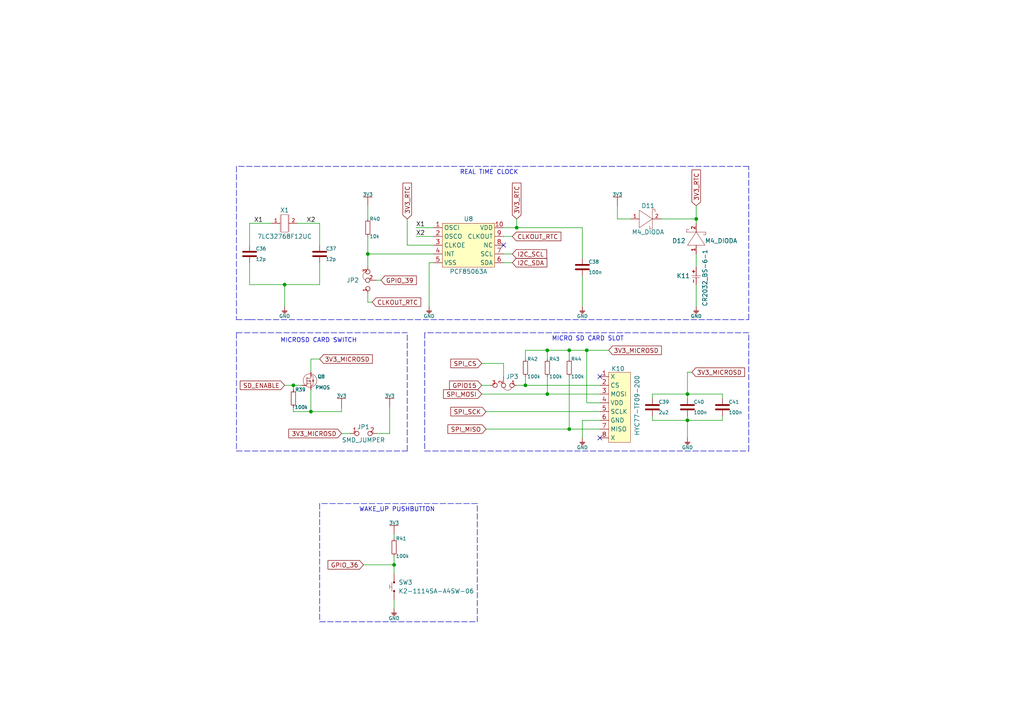
<source format=kicad_sch>
(kicad_sch (version 20211123) (generator eeschema)
  (paper "A4")
  (title_block (title "Soldered Inkplate 4 TEMPERA with glass panel") (date "2023-11-13") (rev "V1.2.0.") (company "SOLDERED") (comment 1 "333308"))
  (lib_symbols
    (symbol "SMD_JUMPER_3_PAD_CONNECTED_RIGHT_TRACE_1"
      (property "Reference" "JP" (at 1.27 2.54 0))
      (symbol "SMD_JUMPER_3_PAD_CONNECTED_RIGHT_TRACE_1_0_1"
        (arc (start 2.413 0.635) (mid 1.2065 1.4196) (end 0 0.635) (stroke (width 0.1)))
      )
      (symbol "SMD_JUMPER_3_PAD_CONNECTED_RIGHT_TRACE_1_1_1"
        (pin passive inverted (at -3.81 0 0) (length 2) (name "") (number "1"))
        (pin passive inverted (at 0 -2.54 90) (length 3.2) (name "") (number "2"))
        (pin passive inverted (at 3.81 0 180) (length 2) (name "") (number "3"))
      )
    )
    (symbol "e-radionica.com schematics:0603C" (pin_numbers hide) (pin_names (offset 0.002))
      (property "Reference" "C" (at 0 3.81 0))
      (property "Value" "0603C" (at 0 -3.175 0))
      (symbol "0603C_0_1"
        (polyline (pts (xy -0.635 1.905) (xy -0.635 -1.905)) (stroke (width 0.5)))
        (polyline (pts (xy 0.635 1.905) (xy 0.635 -1.905)) (stroke (width 0.5)))
      )
      (symbol "0603C_1_1"
        (pin passive line (at -2.54 0 0) (length 1.9) (name "~") (number "1"))
        (pin passive line (at 2.54 0 180) (length 1.9) (name "~") (number "2"))
      )
    )
    (symbol "e-radionica.com schematics:0603R" (pin_numbers hide) (pin_names (offset 0.254))
      (property "Reference" "R" (at 0 1.27 0))
      (property "Value" "0603R" (at 0 -1.905 0))
      (symbol "0603R_0_1"
        (rectangle (start -1.905 0.635) (end 1.905 -0.635) (stroke (width 0.15)))
      )
      (symbol "0603R_1_1"
        (pin passive line (at -2.54 0 0) (length 0.63) (name "~") (number "1"))
        (pin passive line (at 2.54 0 180) (length 0.63) (name "~") (number "2"))
      )
    )
    (symbol "e-radionica.com schematics:3V3" (power) (pin_names (offset 0))
      (property "Value" "3V3" (at 0 3.556 0))
      (symbol "3V3_0_1"
        (polyline (pts (xy -1.27 2.54) (xy 1.27 2.54)) (stroke (width 0.16)))
        (polyline (pts (xy 0 0) (xy 0 2.54)))
      )
      (symbol "3V3_1_1"
        (pin power_in line (at 0 0 90) (length 0) hide (name "3V3") (number "1"))
      )
    )
    (symbol "e-radionica.com schematics:ABS07AIG-32.768KHZ-7-D-T"
      (property "Reference" "X" (at 0 3.81 0))
      (property "Value" "ABS07AIG-32.768KHZ-7-D-T" (at 0 -3.81 0))
      (symbol "ABS07AIG-32.768KHZ-7-D-T_0_1"
        (polyline (pts (xy -1.27 2.54) (xy -1.27 -2.54)) (stroke (width 0.0006)))
        (polyline (pts (xy 1.27 2.54) (xy 1.27 -2.54) (xy 1.27 -1.27)) (stroke (width 0.0006)))
        (polyline (pts (xy -1.016 2.54) (xy -1.016 -2.54) (xy 1.016 -2.54) (xy 1.016 2.54) (xy -1.016 2.54) (xy 0.762 2.54)) (stroke (width 0.0006)))
      )
      (symbol "ABS07AIG-32.768KHZ-7-D-T_1_1"
        (pin passive line (at -3.81 0 0) (length 2.54) (name "~") (number "1"))
        (pin passive line (at 3.81 0 180) (length 2.54) (name "~") (number "2"))
      )
    )
    (symbol "e-radionica.com schematics:CR2032_BS-6-1"
      (property "Reference" "K" (at 0 2.54 0))
      (property "Value" "CR2032_BS-6-1" (at 0 -2.54 0))
      (symbol "CR2032_BS-6-1_0_1"
        (polyline (pts (xy 0 -1.27) (xy 0 1.27) (xy 0 -0.762)) (stroke (width 0.1)))
        (polyline (pts (xy 0.508 1.016) (xy 0.508 -1.016) (xy 0.508 -0.762)) (stroke (width 0.1)))
      )
      (symbol "CR2032_BS-6-1_1_1"
        (pin input line (at -2.54 0 0) (length 2.54) (name "") (number "+"))
        (pin output line (at 2.54 0 180) (length 2.04) (name "") (number "-"))
      )
    )
    (symbol "e-radionica.com schematics:GND" (power) (pin_names (offset 0))
      (property "Value" "GND" (at 0 -2.921 0))
      (symbol "GND_0_1"
        (polyline (pts (xy -0.762 -1.27) (xy 0.762 -1.27)) (stroke (width 0.16)))
        (polyline (pts (xy -0.635 -1.524) (xy 0.635 -1.524)) (stroke (width 0.16)))
        (polyline (pts (xy -0.381 -1.778) (xy 0.381 -1.778)) (stroke (width 0.16)))
        (polyline (pts (xy -0.127 -2.032) (xy 0.127 -2.032)) (stroke (width 0.16)))
        (polyline (pts (xy 0 0) (xy 0 -1.27)) (stroke (width 0.16)))
      )
      (symbol "GND_1_1"
        (pin power_in line (at 0 0 270) (length 0) hide (name "GND") (number "1"))
      )
    )
    (symbol "e-radionica.com schematics:HYC77-TF09-200"
      (property "Reference" "K" (at 0 11.43 0))
      (property "Value" "HYC77-TF09-200" (at 0 -11.43 0))
      (symbol "HYC77-TF09-200_0_1"
        (rectangle (start -2.54 10.16) (end 3.81 -10.16) (stroke (width 0.1)) (fill (type background)))
      )
      (symbol "HYC77-TF09-200_1_1"
        (pin bidirectional line (at -5.08 8.89 0) (length 2.54) (name "X") (number "1"))
        (pin bidirectional line (at -5.08 6.35 0) (length 2.54) (name "CS") (number "2"))
        (pin bidirectional line (at -5.08 3.81 0) (length 2.54) (name "MOSI") (number "3"))
        (pin bidirectional line (at -5.08 1.27 0) (length 2.54) (name "VDD") (number "4"))
        (pin bidirectional line (at -5.08 -1.27 0) (length 2.54) (name "SCLK") (number "5"))
        (pin bidirectional line (at -5.08 -3.81 0) (length 2.54) (name "GND") (number "6"))
        (pin bidirectional line (at -5.08 -6.35 0) (length 2.54) (name "MISO") (number "7"))
        (pin bidirectional line (at -5.08 -8.89 0) (length 2.54) (name "X") (number "8"))
      )
    )
    (symbol "e-radionica.com schematics:K2-1114SA-A4SW-06" (pin_numbers hide) (pin_names hide)
      (property "Reference" "SW" (at 0 2.54 0))
      (property "Value" "K2-1114SA-A4SW-06" (at 0 -2.54 0))
      (symbol "K2-1114SA-A4SW-06_0_1"
        (circle (center -1.27 0) (radius 0.254) (stroke (width 0.001)) (fill (type outline)))
        (polyline (pts (xy -1.27 0.635) (xy 1.27 0.635)) (stroke (width 0.1)))
        (polyline (pts (xy 0 0.635) (xy 0 1.27)) (stroke (width 0.0006)))
        (polyline (pts (xy 0.635 1.27) (xy -0.635 1.27)) (stroke (width 0.1)))
        (circle (center 1.27 0) (radius 0.254) (stroke (width 0.001)) (fill (type outline)))
      )
      (symbol "K2-1114SA-A4SW-06_1_1"
        (pin passive line (at -3.81 0 0) (length 2.54) (name "~") (number "1"))
        (pin passive line (at 3.81 0 180) (length 2.54) (name "~") (number "2"))
      )
    )
    (symbol "e-radionica.com schematics:M4_DIODA" (pin_names hide)
      (property "Reference" "D" (at 0 3.81 0))
      (property "Value" "M4_DIODA" (at 0 -4.572 0))
      (symbol "M4_DIODA_0_1"
        (polyline (pts (xy -2.54 2.54) (xy -2.54 -2.54) (xy 1.27 0) (xy -2.54 2.54)) (stroke (width 0.1)))
        (polyline (pts (xy 1.27 2.794) (xy 1.27 -2.794) (xy 0.508 -2.794) (xy 0.508 -2.032)) (stroke (width 0.1)))
        (polyline (pts (xy 1.27 2.794) (xy 2.032 2.794) (xy 2.032 2.032) (xy 2.032 2.54)) (stroke (width 0.1)))
      )
      (symbol "M4_DIODA_1_1"
        (pin passive line (at -5.08 0 0) (length 2.54) (name "A") (number "1"))
        (pin passive line (at 3.81 0 180) (length 2.54) (name "K") (number "2"))
      )
    )
    (symbol "e-radionica.com schematics:PCF85063A"
      (property "Reference" "U" (at 0 7.62 0))
      (property "Value" "PCF85063A" (at 0 -7.62 0))
      (symbol "PCF85063A_0_1"
        (rectangle (start -7.62 6.35) (end 7.62 -6.35) (stroke (width 0.1)) (fill (type background)))
      )
      (symbol "PCF85063A_1_1"
        (pin passive line (at -10.16 5.08 0) (length 2.54) (name "OSCI") (number "1"))
        (pin passive line (at 10.16 5.08 180) (length 2.54) (name "VDD") (number "10"))
        (pin passive line (at -10.16 2.54 0) (length 2.54) (name "OSCO") (number "2"))
        (pin passive line (at -10.16 0 0) (length 2.54) (name "CLKOE") (number "3"))
        (pin passive line (at -10.16 -2.54 0) (length 2.54) (name "INT") (number "4"))
        (pin passive line (at -10.16 -5.08 0) (length 2.54) (name "VSS") (number "5"))
        (pin passive line (at 10.16 -5.08 180) (length 2.54) (name "SDA") (number "6"))
        (pin passive line (at 10.16 -2.54 180) (length 2.54) (name "SCL") (number "7"))
        (pin passive line (at 10.16 0 180) (length 2.54) (name "NC") (number "8"))
        (pin passive line (at 10.16 2.54 180) (length 2.54) (name "CLKOUT") (number "9"))
      )
    )
    (symbol "e-radionica.com schematics:PMOS-SOT-23-3" (pin_numbers hide) (pin_names hide)
      (property "Reference" "Q" (at -1.27 2.54 0))
      (property "Value" "PMOS-SOT-23-3" (at 0.381 -4.064 0))
      (symbol "PMOS-SOT-23-3_0_1"
        (polyline (pts (xy 0 -1.27) (xy 0 1.016)) (stroke (width 0.1)))
        (polyline (pts (xy 0.254 -1.016) (xy 0.254 -0.508)) (stroke (width 0.1)))
        (polyline (pts (xy 0.254 -0.762) (xy 1.27 -0.762)) (stroke (width 0.1)))
        (polyline (pts (xy 0.254 -0.254) (xy 0.254 0.254)) (stroke (width 0.1)))
        (polyline (pts (xy 0.254 0.762) (xy 1.27 0.762)) (stroke (width 0.1)))
        (polyline (pts (xy 0.254 1.016) (xy 0.254 0.508)) (stroke (width 0.1)))
        (polyline (pts (xy 1.27 -1.27) (xy 1.27 -0.762)) (stroke (width 0.1)))
        (polyline (pts (xy 1.27 0.762) (xy 1.27 1.27)) (stroke (width 0.1)))
        (polyline (pts (xy 2.159 -0.127) (xy 1.651 -0.127)) (stroke (width 0.1)))
        (polyline (pts (xy 2.159 0.254) (xy 1.905 -0.127)) (stroke (width 0.1)))
        (polyline (pts (xy 0.254 0) (xy 1.27 0) (xy 1.27 -0.762)) (stroke (width 0.1)))
        (polyline (pts (xy 2.159 0.254) (xy 1.651 0.254) (xy 1.905 -0.127)) (stroke (width 0.1)))
        (polyline (pts (xy 1.143 0) (xy 0.889 -0.254) (xy 0.889 0.254) (xy 1.143 0)) (stroke (width 0.1)))
        (polyline (pts (xy 1.27 -1.27) (xy 1.905 -1.27) (xy 1.905 1.524) (xy 1.27 1.524)) (stroke (width 0.1)))
        (circle (center 1.016 0.127) (radius 1.9716) (stroke (width 0.1)))
      )
      (symbol "PMOS-SOT-23-3_1_1"
        (pin passive line (at -1.27 -1.27 0) (length 1.27) (name "G") (number "1"))
        (pin passive line (at 1.27 -2.54 90) (length 1.27) (name "S") (number "2"))
        (pin passive line (at 1.27 2.54 270) (length 1.27) (name "D") (number "3"))
      )
    )
    (symbol "e-radionica.com schematics:SMD_JUMPER"
      (property "Reference" "JP" (at 0 1.397 0))
      (property "Value" "SMD_JUMPER" (at 0 -2.54 0))
      (symbol "SMD_JUMPER_1_1"
        (pin passive inverted (at -3.81 0 0) (length 2.54) (name "") (number "1"))
        (pin passive inverted (at 3.81 0 180) (length 2.54) (name "") (number "2"))
      )
    )
    (symbol "e-radionica.com schematics:SMD_JUMPER_3_PAD_CONNECTED_LEFT_TRACE"
      (property "Reference" "JP" (at 0 2.413 0))
      (symbol "SMD_JUMPER_3_PAD_CONNECTED_LEFT_TRACE_0_1"
        (arc (start 0 0.635) (mid -1.2065 1.4342) (end -2.413 0.635) (stroke (width 0.1)))
      )
      (symbol "SMD_JUMPER_3_PAD_CONNECTED_LEFT_TRACE_1_1"
        (pin passive inverted (at -3.81 0 0) (length 2) (name "") (number "1"))
        (pin passive inverted (at 0 -2.54 90) (length 3.2) (name "") (number "2"))
        (pin passive inverted (at 3.81 0 180) (length 2) (name "") (number "3"))
      )
    )
  )
  (junction (at 114.3 163.83))
  (junction (at 199.39 121.92))
  (junction (at 199.39 114.3))
  (junction (at 201.93 63.5))
  (junction (at 85.09 111.76))
  (junction (at 170.18 101.6))
  (junction (at 149.86 66.04))
  (junction (at 90.17 119.38))
  (junction (at 165.1 124.46))
  (junction (at 152.4 111.76))
  (junction (at 158.75 114.3))
  (junction (at 158.75 101.6))
  (junction (at 82.55 82.55))
  (junction (at 165.1 101.6))
  (junction (at 106.68 73.66))
  (no_connect (at 173.99 109.22))
  (no_connect (at 173.99 127))
  (no_connect (at 146.05 71.12))
  (wire (pts (xy 92.71 64.77) (xy 92.71 71.12)))
  (polyline (pts (xy 217.17 92.71) (xy 217.17 48.26)))
  (polyline (pts (xy 68.58 96.52) (xy 118.11 96.52)))
  (polyline (pts (xy 92.71 146.05) (xy 92.71 180.34)))
  (wire (pts (xy 125.73 76.2) (xy 124.46 76.2)))
  (wire (pts (xy 173.99 124.46) (xy 165.1 124.46)))
  (wire (pts (xy 165.1 124.46) (xy 140.97 124.46)))
  (wire (pts (xy 85.09 111.76) (xy 85.09 113.03)))
  (wire (pts (xy 90.17 107.95) (xy 90.17 104.14)))
  (wire (pts (xy 148.59 68.58) (xy 146.05 68.58)))
  (wire (pts (xy 199.39 107.95) (xy 200.66 107.95)))
  (wire (pts (xy 158.75 101.6) (xy 165.1 101.6)))
  (wire (pts (xy 146.05 109.22) (xy 146.05 105.41)))
  (wire (pts (xy 124.46 76.2) (xy 124.46 88.9)))
  (wire (pts (xy 201.93 59.69) (xy 201.93 63.5)))
  (polyline (pts (xy 68.58 48.26) (xy 68.58 92.71)))
  (wire (pts (xy 199.39 121.92) (xy 199.39 127)))
  (wire (pts (xy 189.23 121.92) (xy 199.39 121.92)))
  (wire (pts (xy 189.23 114.3) (xy 199.39 114.3)))
  (wire (pts (xy 152.4 111.76) (xy 173.99 111.76)))
  (wire (pts (xy 109.22 81.28) (xy 110.49 81.28)))
  (wire (pts (xy 114.3 161.29) (xy 114.3 163.83)))
  (wire (pts (xy 106.68 68.58) (xy 106.68 73.66)))
  (polyline (pts (xy 217.17 96.52) (xy 123.19 96.52)))
  (polyline (pts (xy 68.58 92.71) (xy 72.39 92.71)))
  (wire (pts (xy 78.74 64.77) (xy 72.39 64.77)))
  (polyline (pts (xy 72.39 92.71) (xy 217.17 92.71)))
  (wire (pts (xy 168.91 121.92) (xy 168.91 127)))
  (wire (pts (xy 90.17 113.03) (xy 90.17 119.38)))
  (wire (pts (xy 209.55 121.92) (xy 209.55 120.65)))
  (wire (pts (xy 173.99 116.84) (xy 170.18 116.84)))
  (wire (pts (xy 99.06 119.38) (xy 90.17 119.38)))
  (wire (pts (xy 114.3 154.94) (xy 114.3 156.21)))
  (polyline (pts (xy 68.58 96.52) (xy 68.58 130.81)))
  (wire (pts (xy 199.39 114.3) (xy 199.39 115.57)))
  (wire (pts (xy 209.55 114.3) (xy 209.55 115.57)))
  (wire (pts (xy 120.65 68.58) (xy 125.73 68.58)))
  (wire (pts (xy 82.55 88.9) (xy 82.55 82.55)))
  (wire (pts (xy 72.39 76.2) (xy 72.39 82.55)))
  (wire (pts (xy 201.93 63.5) (xy 201.93 64.77)))
  (wire (pts (xy 170.18 101.6) (xy 176.53 101.6)))
  (wire (pts (xy 149.86 66.04) (xy 168.91 66.04)))
  (polyline (pts (xy 217.17 130.81) (xy 217.17 96.52)))
  (wire (pts (xy 109.22 125.73) (xy 113.03 125.73)))
  (wire (pts (xy 118.11 63.5) (xy 118.11 71.12)))
  (wire (pts (xy 170.18 116.84) (xy 170.18 101.6)))
  (wire (pts (xy 92.71 82.55) (xy 92.71 76.2)))
  (wire (pts (xy 165.1 104.14) (xy 165.1 101.6)))
  (wire (pts (xy 189.23 120.65) (xy 189.23 121.92)))
  (wire (pts (xy 158.75 114.3) (xy 173.99 114.3)))
  (wire (pts (xy 85.09 111.76) (xy 87.63 111.76)))
  (wire (pts (xy 85.09 119.38) (xy 90.17 119.38)))
  (wire (pts (xy 114.3 166.37) (xy 114.3 163.83)))
  (wire (pts (xy 152.4 104.14) (xy 152.4 101.6)))
  (wire (pts (xy 120.65 66.04) (xy 125.73 66.04)))
  (wire (pts (xy 85.09 118.11) (xy 85.09 119.38)))
  (wire (pts (xy 152.4 101.6) (xy 158.75 101.6)))
  (wire (pts (xy 168.91 88.9) (xy 168.91 80.01)))
  (wire (pts (xy 146.05 66.04) (xy 149.86 66.04)))
  (wire (pts (xy 86.36 64.77) (xy 92.71 64.77)))
  (wire (pts (xy 199.39 120.65) (xy 199.39 121.92)))
  (wire (pts (xy 152.4 109.22) (xy 152.4 111.76)))
  (polyline (pts (xy 138.43 146.05) (xy 92.71 146.05)))
  (wire (pts (xy 139.7 114.3) (xy 158.75 114.3)))
  (wire (pts (xy 105.41 163.83) (xy 114.3 163.83)))
  (wire (pts (xy 201.93 73.66) (xy 201.93 77.47)))
  (wire (pts (xy 99.06 118.11) (xy 99.06 119.38)))
  (wire (pts (xy 113.03 118.11) (xy 113.03 125.73)))
  (wire (pts (xy 139.7 111.76) (xy 142.24 111.76)))
  (wire (pts (xy 158.75 109.22) (xy 158.75 114.3)))
  (wire (pts (xy 118.11 71.12) (xy 125.73 71.12)))
  (wire (pts (xy 199.39 121.92) (xy 209.55 121.92)))
  (wire (pts (xy 165.1 101.6) (xy 170.18 101.6)))
  (wire (pts (xy 106.68 59.69) (xy 106.68 63.5)))
  (wire (pts (xy 165.1 109.22) (xy 165.1 124.46)))
  (wire (pts (xy 179.07 59.69) (xy 179.07 63.5)))
  (wire (pts (xy 168.91 74.93) (xy 168.91 66.04)))
  (wire (pts (xy 114.3 173.99) (xy 114.3 176.53)))
  (wire (pts (xy 72.39 82.55) (xy 82.55 82.55)))
  (wire (pts (xy 173.99 121.92) (xy 168.91 121.92)))
  (wire (pts (xy 146.05 73.66) (xy 148.59 73.66)))
  (wire (pts (xy 140.97 119.38) (xy 173.99 119.38)))
  (wire (pts (xy 146.05 105.41) (xy 139.7 105.41)))
  (wire (pts (xy 199.39 107.95) (xy 199.39 114.3)))
  (wire (pts (xy 189.23 115.57) (xy 189.23 114.3)))
  (polyline (pts (xy 123.19 96.52) (xy 123.19 130.81)))
  (wire (pts (xy 90.17 104.14) (xy 92.71 104.14)))
  (wire (pts (xy 146.05 76.2) (xy 148.59 76.2)))
  (polyline (pts (xy 123.19 130.81) (xy 217.17 130.81)))
  (wire (pts (xy 199.39 114.3) (xy 209.55 114.3)))
  (wire (pts (xy 149.86 111.76) (xy 152.4 111.76)))
  (wire (pts (xy 82.55 111.76) (xy 85.09 111.76)))
  (wire (pts (xy 82.55 82.55) (xy 92.71 82.55)))
  (wire (pts (xy 106.68 73.66) (xy 106.68 77.47)))
  (wire (pts (xy 191.77 63.5) (xy 201.93 63.5)))
  (wire (pts (xy 72.39 64.77) (xy 72.39 71.12)))
  (polyline (pts (xy 138.43 180.34) (xy 138.43 146.05)))
  (wire (pts (xy 125.73 73.66) (xy 106.68 73.66)))
  (wire (pts (xy 158.75 104.14) (xy 158.75 101.6)))
  (polyline (pts (xy 118.11 130.81) (xy 118.11 96.52)))
  (polyline (pts (xy 217.17 48.26) (xy 68.58 48.26)))
  (polyline (pts (xy 68.58 130.81) (xy 118.11 130.81)))
  (wire (pts (xy 106.68 87.63) (xy 106.68 85.09)))
  (wire (pts (xy 201.93 82.55) (xy 201.93 88.9)))
  (wire (pts (xy 99.06 125.73) (xy 101.6 125.73)))
  (polyline (pts (xy 92.71 180.34) (xy 138.43 180.34)))
  (wire (pts (xy 107.95 87.63) (xy 106.68 87.63)))
  (wire (pts (xy 149.86 63.5) (xy 149.86 66.04)))
  (wire (pts (xy 179.07 63.5) (xy 182.88 63.5)))
  (text "MICRO SD CARD SLOT" (at 160.02 99.06 0) (effects (font (size 1.27 1.27)) (justify left bottom)))
  (text "MICROSD CARD SWITCH\n\n" (at 81.28 101.6 0) (effects (font (size 1.27 1.27)) (justify left bottom)))
  (text "WAKE_UP PUSHBUTTON" (at 104.14 148.59 0) (effects (font (size 1.27 1.27)) (justify left bottom)))
  (text "REAL TIME CLOCK" (at 133.35 50.8 0) (effects (font (size 1.27 1.27)) (justify left bottom)))
  (label "X2" (at 120.65 68.58 0))
  (label "X1" (at 73.66 64.77 0))
  (label "X2" (at 88.9 64.77 0))
  (label "X1" (at 120.65 66.04 0))
  (global_label "SPI_MOSI" (shape input) (at 139.7 114.3 180) (property "Intersheet References" "${INTERSHEET_REFS}" (effects hide)))
  (global_label "GPIO_39" (shape input) (at 110.49 81.28 0) (property "Intersheet References" "${INTERSHEET_REFS}" (effects hide)))
  (global_label "3V3_RTC" (shape input) (at 118.11 63.5 90) (property "Intersheet References" "${INTERSHEET_REFS}" (effects hide)))
  (global_label "GPIO_36" (shape input) (at 105.41 163.83 180) (property "Intersheet References" "${INTERSHEET_REFS}" (effects hide)))
  (global_label "3V3_RTC" (shape input) (at 149.86 63.5 90) (property "Intersheet References" "${INTERSHEET_REFS}" (effects hide)))
  (global_label "3V3_MICROSD" (shape input) (at 92.71 104.14 0) (property "Intersheet References" "${INTERSHEET_REFS}" (effects hide)))
  (global_label "SD_ENABLE" (shape input) (at 82.55 111.76 180) (property "Intersheet References" "${INTERSHEET_REFS}" (effects hide)))
  (global_label "3V3_MICROSD" (shape input) (at 176.53 101.6 0) (property "Intersheet References" "${INTERSHEET_REFS}" (effects hide)))
  (global_label "GPIO15" (shape input) (at 139.7 111.76 180) (property "Intersheet References" "${INTERSHEET_REFS}" (effects hide)))
  (global_label "SPI_CS" (shape input) (at 139.7 105.41 180) (property "Intersheet References" "${INTERSHEET_REFS}" (effects hide)))
  (global_label "3V3_RTC" (shape input) (at 201.93 59.69 90) (property "Intersheet References" "${INTERSHEET_REFS}" (effects hide)))
  (global_label "SPI_MISO" (shape input) (at 140.97 124.46 180) (property "Intersheet References" "${INTERSHEET_REFS}" (effects hide)))
  (global_label "SPI_SCK" (shape input) (at 140.97 119.38 180) (property "Intersheet References" "${INTERSHEET_REFS}" (effects hide)))
  (global_label "3V3_MICROSD" (shape input) (at 200.66 107.95 0) (property "Intersheet References" "${INTERSHEET_REFS}" (effects hide)))
  (global_label "I2C_SCL" (shape input) (at 148.59 73.66 0) (property "Intersheet References" "${INTERSHEET_REFS}" (effects hide)))
  (global_label "I2C_SDA" (shape input) (at 148.59 76.2 0) (property "Intersheet References" "${INTERSHEET_REFS}" (effects hide)))
  (global_label "CLKOUT_RTC" (shape input) (at 107.95 87.63 0) (property "Intersheet References" "${INTERSHEET_REFS}" (effects hide)))
  (global_label "CLKOUT_RTC" (shape input) (at 148.59 68.58 0) (property "Intersheet References" "${INTERSHEET_REFS}" (effects hide)))
  (global_label "3V3_MICROSD" (shape input) (at 99.06 125.73 180) (property "Intersheet References" "${INTERSHEET_REFS}" (effects hide)))
  (symbol (lib_id "e-radionica.com schematics:3V3") (at 99.06 118.11 0) (unit 1)
    (property "Reference" "#PWR0106" (effects hide))
    (property "Value" "3V3" (at 99.06 114.808 0) (effects (font (size 1 1))))
  )
  (symbol (lib_id "e-radionica.com schematics:GND") (at 82.55 88.9 0) (unit 1)
    (property "Reference" "#PWR0105" (effects hide))
    (property "Value" "GND" (at 82.55 91.694 0) (effects (font (size 1 1))))
  )
  (symbol (lib_id "e-radionica.com schematics:0603R") (at 158.75 106.68 90) (unit 1)
    (property "Reference" "R43" (at 159.258 104.14 90) (effects (font (size 1 1)) (justify right)))
    (property "Value" "100k" (at 159.258 109.22 90) (effects (font (size 1 1)) (justify right)))
    (property "Footprint" "e-radionica.com footprinti:0603R" (effects hide))
  )
  (symbol (lib_id "e-radionica.com schematics:3V3") (at 113.03 118.11 0) (unit 1)
    (property "Reference" "#PWR0108" (effects hide))
    (property "Value" "3V3" (at 113.03 114.808 0) (effects (font (size 1 1))))
  )
  (symbol (lib_id "e-radionica.com schematics:GND") (at 124.46 88.9 0) (unit 1)
    (property "Reference" "#PWR0111" (effects hide))
    (property "Value" "GND" (at 124.46 91.694 0) (effects (font (size 1 1))))
  )
  (symbol (lib_id "e-radionica.com schematics:SMD_JUMPER_3_PAD_CONNECTED_LEFT_TRACE") (at 146.05 111.76 180) (unit 1)
    (property "Reference" "JP3" (at 148.59 109.22 0))
    (property "Value" "SMD_JUMPER_3_PAD_CONNECTED_LEFT_TRACE" (effects hide))
    (property "Footprint" "e-radionica.com footprinti:SMD_JUMPER_3_PAD_CONNECTED_LEFT_TRACE" (effects hide))
  )
  (symbol (lib_id "e-radionica.com schematics:PCF85063A") (at 135.89 71.12 0) (unit 1)
    (property "Reference" "U8" (at 135.89 63.5 0))
    (property "Value" "PCF85063A" (at 135.89 78.74 0))
    (property "Footprint" "e-radionica.com footprinti:PCF85063A" (effects hide))
  )
  (symbol (lib_id "e-radionica.com schematics:0603C") (at 209.55 118.11 90) (unit 1)
    (property "Reference" "C41" (at 211.328 116.586 90) (effects (font (size 1 1)) (justify right)))
    (property "Value" "100n" (at 211.328 119.634 90) (effects (font (size 1 1)) (justify right)))
    (property "Footprint" "e-radionica.com footprinti:0603C" (effects hide))
  )
  (symbol (lib_id "e-radionica.com schematics:HYC77-TF09-200") (at 179.07 118.11 0) (unit 1)
    (property "Reference" "K10" (at 177.292 106.934 0) (effects (justify left)))
    (property "Value" "HYC77-TF09-200" (at 184.785 126.365 90) (effects (justify left)))
    (property "Footprint" "e-radionica.com footprinti:HYC77-TF09-200" (effects hide))
  )
  (symbol (lib_id "e-radionica.com schematics:GND") (at 199.39 127 0) (unit 1)
    (property "Reference" "#PWR0115" (effects hide))
    (property "Value" "GND" (at 199.39 129.794 0) (effects (font (size 1 1))))
  )
  (symbol (lib_id "e-radionica.com schematics:K2-1114SA-A4SW-06") (at 114.3 170.18 90) (unit 1)
    (property "Reference" "SW3" (at 115.57 168.9099 90) (effects (justify right)))
    (property "Value" "K2-1114SA-A4SW-06" (at 115.57 171.4499 90) (effects (justify right)))
    (property "Footprint" "e-radionica.com footprinti:K2-1114SA-A4SW-06" (effects hide))
  )
  (symbol (lib_id "e-radionica.com schematics:3V3") (at 179.07 59.69 0) (unit 1)
    (property "Reference" "#PWR0114" (effects hide))
    (property "Value" "3V3" (at 179.07 56.388 0) (effects (font (size 1 1))))
  )
  (symbol (lib_id "e-radionica.com schematics:0603R") (at 85.09 115.57 90) (unit 1)
    (property "Reference" "R39" (at 87.122 113.03 90) (effects (font (size 1 1))))
    (property "Value" "100k" (at 87.376 118.11 90) (effects (font (size 1 1))))
    (property "Footprint" "e-radionica.com footprinti:0603R" (effects hide))
  )
  (symbol (lib_name "SMD_JUMPER_3_PAD_CONNECTED_RIGHT_TRACE_1") (lib_id "e-radionica.com schematics:SMD_JUMPER_3_PAD_CONNECTED_RIGHT_TRACE") (at 106.68 81.28 90) (unit 1)
    (property "Reference" "JP2" (at 104.14 81.28 90) (effects (justify left)))
    (property "Value" "SMD_JUMPER_3_PAD_CONNECTED_RIGHT_TRACE" (effects hide))
    (property "Footprint" "e-radionica.com footprinti:SMD_JUMPER_3_PAD_CONNECTED_RIGHT_TRACE" (effects hide))
  )
  (symbol (lib_id "e-radionica.com schematics:PMOS-SOT-23-3") (at 88.9 110.49 0) (unit 1)
    (property "Reference" "Q8" (at 92.075 109.22 0) (effects (font (size 1 1)) (justify left)))
    (property "Value" "PMOS" (at 91.44 112.395 0) (effects (font (size 1 1)) (justify left)))
    (property "Footprint" "e-radionica.com footprinti:SOT-23-3" (effects hide))
  )
  (symbol (lib_id "e-radionica.com schematics:0603C") (at 92.71 73.66 90) (unit 1)
    (property "Reference" "C37" (at 94.488 72.136 90) (effects (font (size 1 1)) (justify right)))
    (property "Value" "12p" (at 94.488 75.184 90) (effects (font (size 1 1)) (justify right)))
    (property "Footprint" "e-radionica.com footprinti:0603C" (effects hide))
  )
  (symbol (lib_id "e-radionica.com schematics:GND") (at 168.91 88.9 0) (unit 1)
    (property "Reference" "#PWR0112" (effects hide))
    (property "Value" "GND" (at 168.91 91.694 0) (effects (font (size 1 1))))
  )
  (symbol (lib_id "e-radionica.com schematics:SMD_JUMPER") (at 105.41 125.73 0) (unit 1)
    (property "Reference" "JP1" (at 105.41 123.825 0))
    (property "Value" "SMD_JUMPER" (at 105.41 127.635 0))
    (property "Footprint" "e-radionica.com footprinti:SMD_JUMPER" (effects hide))
  )
  (symbol (lib_id "e-radionica.com schematics:3V3") (at 114.3 154.94 0) (unit 1)
    (property "Reference" "#PWR0109" (effects hide))
    (property "Value" "3V3" (at 114.3 151.638 0) (effects (font (size 1 1))))
  )
  (symbol (lib_id "e-radionica.com schematics:CR2032_BS-6-1") (at 201.93 80.01 270) (unit 1)
    (property "Reference" "K11" (at 200.152 80.01 90) (effects (justify right)))
    (property "Value" "CR2032_BS-6-1" (at 204.47 88.9 0) (effects (justify right)))
    (property "Footprint" "e-radionica.com footprinti:CR2032-BS-6-1" (effects hide))
  )
  (symbol (lib_id "e-radionica.com schematics:GND") (at 114.3 176.53 0) (unit 1)
    (property "Reference" "#PWR0110" (effects hide))
    (property "Value" "GND" (at 114.3 179.324 0) (effects (font (size 1 1))))
  )
  (symbol (lib_id "e-radionica.com schematics:0603R") (at 165.1 106.68 90) (unit 1)
    (property "Reference" "R44" (at 165.608 104.14 90) (effects (font (size 1 1)) (justify right)))
    (property "Value" "100k" (at 165.608 109.22 90) (effects (font (size 1 1)) (justify right)))
    (property "Footprint" "e-radionica.com footprinti:0603R" (effects hide))
  )
  (symbol (lib_id "e-radionica.com schematics:GND") (at 201.93 88.9 0) (unit 1)
    (property "Reference" "#PWR0116" (effects hide))
    (property "Value" "GND" (at 201.93 91.694 0) (effects (font (size 1 1))))
  )
  (symbol (lib_id "e-radionica.com schematics:M4_DIODA") (at 201.93 68.58 90) (unit 1)
    (property "Reference" "D12" (at 194.945 69.85 90) (effects (justify right)))
    (property "Value" "M4_DIODA" (at 204.47 69.85 90) (effects (justify right)))
    (property "Footprint" "e-radionica.com footprinti:M4_DIODA" (effects hide))
  )
  (symbol (lib_id "e-radionica.com schematics:0603C") (at 72.39 73.66 90) (unit 1)
    (property "Reference" "C36" (at 74.168 72.136 90) (effects (font (size 1 1)) (justify right)))
    (property "Value" "12p" (at 74.168 75.184 90) (effects (font (size 1 1)) (justify right)))
    (property "Footprint" "e-radionica.com footprinti:0603C" (effects hide))
  )
  (symbol (lib_id "e-radionica.com schematics:ABS07AIG-32.768KHZ-7-D-T") (at 82.55 64.77 0) (unit 1)
    (property "Reference" "X1" (at 82.55 60.96 0))
    (property "Value" "7LC32768F12UC" (at 82.55 68.58 0))
    (property "Footprint" "e-radionica.com footprinti:ABS07AIG-32.768KHZ-7-D-T" (effects hide))
  )
  (symbol (lib_id "e-radionica.com schematics:0603C") (at 168.91 77.47 90) (unit 1)
    (property "Reference" "C38" (at 170.688 75.946 90) (effects (font (size 1 1)) (justify right)))
    (property "Value" "100n" (at 170.688 78.994 90) (effects (font (size 1 1)) (justify right)))
    (property "Footprint" "e-radionica.com footprinti:0603C" (effects hide))
  )
  (symbol (lib_id "e-radionica.com schematics:0603C") (at 199.39 118.11 90) (unit 1)
    (property "Reference" "C40" (at 201.168 116.586 90) (effects (font (size 1 1)) (justify right)))
    (property "Value" "100n" (at 201.168 119.634 90) (effects (font (size 1 1)) (justify right)))
    (property "Footprint" "e-radionica.com footprinti:0603C" (effects hide))
  )
  (symbol (lib_id "e-radionica.com schematics:0603R") (at 106.68 66.04 90) (unit 1)
    (property "Reference" "R40" (at 107.188 63.5 90) (effects (font (size 1 1)) (justify right)))
    (property "Value" "10k" (at 107.188 68.58 90) (effects (font (size 1 1)) (justify right)))
    (property "Footprint" "e-radionica.com footprinti:0603R" (effects hide))
  )
  (symbol (lib_id "e-radionica.com schematics:GND") (at 168.91 127 0) (unit 1)
    (property "Reference" "#PWR0113" (effects hide))
    (property "Value" "GND" (at 168.91 129.794 0) (effects (font (size 1 1))))
  )
  (symbol (lib_id "e-radionica.com schematics:3V3") (at 106.68 59.69 0) (unit 1)
    (property "Reference" "#PWR0107" (effects hide))
    (property "Value" "3V3" (at 106.68 56.388 0) (effects (font (size 1 1))))
  )
  (symbol (lib_id "e-radionica.com schematics:0603R") (at 114.3 158.75 90) (unit 1)
    (property "Reference" "R41" (at 114.808 156.21 90) (effects (font (size 1 1)) (justify right)))
    (property "Value" "100k" (at 114.808 161.29 90) (effects (font (size 1 1)) (justify right)))
    (property "Footprint" "e-radionica.com footprinti:0603R" (effects hide))
  )
  (symbol (lib_id "e-radionica.com schematics:0603R") (at 152.4 106.68 90) (unit 1)
    (property "Reference" "R42" (at 152.908 104.14 90) (effects (font (size 1 1)) (justify right)))
    (property "Value" "100k" (at 152.908 109.22 90) (effects (font (size 1 1)) (justify right)))
    (property "Footprint" "e-radionica.com footprinti:0603R" (effects hide))
  )
  (symbol (lib_id "e-radionica.com schematics:0603C") (at 189.23 118.11 90) (unit 1)
    (property "Reference" "C39" (at 191.008 116.586 90) (effects (font (size 1 1)) (justify right)))
    (property "Value" "2u2" (at 191.008 119.634 90) (effects (font (size 1 1)) (justify right)))
    (property "Footprint" "e-radionica.com footprinti:0603C" (effects hide))
  )
  (symbol (lib_id "e-radionica.com schematics:M4_DIODA") (at 187.96 63.5 0) (unit 1)
    (property "Reference" "D11" (at 187.96 59.69 0))
    (property "Value" "M4_DIODA" (at 187.96 67.31 0))
    (property "Footprint" "e-radionica.com footprinti:M4_DIODA" (effects hide))
  )
)
</source>
